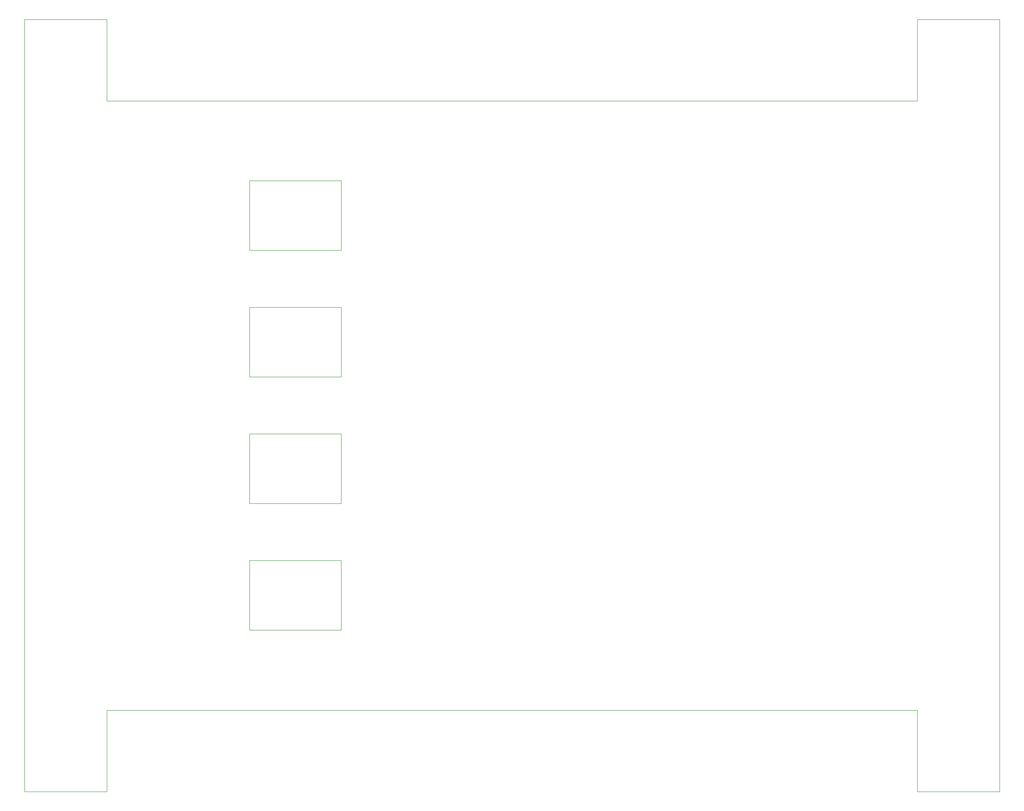
<source format=gbr>
G04 #@! TF.GenerationSoftware,KiCad,Pcbnew,(5.1.4)-1*
G04 #@! TF.CreationDate,2020-09-06T16:49:47-04:00*
G04 #@! TF.ProjectId,DC_LOAD_V02,44435f4c-4f41-4445-9f56-30322e6b6963,rev?*
G04 #@! TF.SameCoordinates,Original*
G04 #@! TF.FileFunction,Profile,NP*
%FSLAX46Y46*%
G04 Gerber Fmt 4.6, Leading zero omitted, Abs format (unit mm)*
G04 Created by KiCad (PCBNEW (5.1.4)-1) date 2020-09-06 16:49:47*
%MOMM*%
%LPD*%
G04 APERTURE LIST*
%ADD10C,0.050000*%
G04 APERTURE END LIST*
D10*
X114935000Y-151765000D02*
X114935000Y-165735000D01*
X114935000Y-165735000D02*
X133350000Y-165735000D01*
X133350000Y-151765000D02*
X114935000Y-151765000D01*
X133350000Y-165735000D02*
X133350000Y-151765000D01*
X114935000Y-126365000D02*
X114935000Y-140335000D01*
X114935000Y-140335000D02*
X133350000Y-140335000D01*
X133350000Y-126365000D02*
X114935000Y-126365000D01*
X133350000Y-140335000D02*
X133350000Y-126365000D01*
X114935000Y-100965000D02*
X114935000Y-114935000D01*
X114935000Y-114935000D02*
X133350000Y-114935000D01*
X133350000Y-100965000D02*
X114935000Y-100965000D01*
X133350000Y-114935000D02*
X133350000Y-100965000D01*
X133350000Y-75565000D02*
X114935000Y-75565000D01*
X133350000Y-89535000D02*
X133350000Y-75565000D01*
X114935000Y-89535000D02*
X133350000Y-89535000D01*
X114935000Y-75565000D02*
X114935000Y-89535000D01*
X248920000Y-181800000D02*
X86360000Y-181800000D01*
X86360000Y-59500000D02*
X248920000Y-59500000D01*
X86360000Y-43180000D02*
X86360000Y-59500000D01*
X248920000Y-43180000D02*
X248920000Y-59500000D01*
X248920000Y-198120000D02*
X248920000Y-181800000D01*
X86360000Y-198120000D02*
X86360000Y-181800000D01*
X248920000Y-198120000D02*
X265430000Y-198120000D01*
X86360000Y-198120000D02*
X69850000Y-198120000D01*
X86360000Y-43180000D02*
X69850000Y-43180000D01*
X265430000Y-43180000D02*
X248920000Y-43180000D01*
X265430000Y-198120000D02*
X265430000Y-43180000D01*
X69850000Y-43180000D02*
X69850000Y-198120000D01*
M02*

</source>
